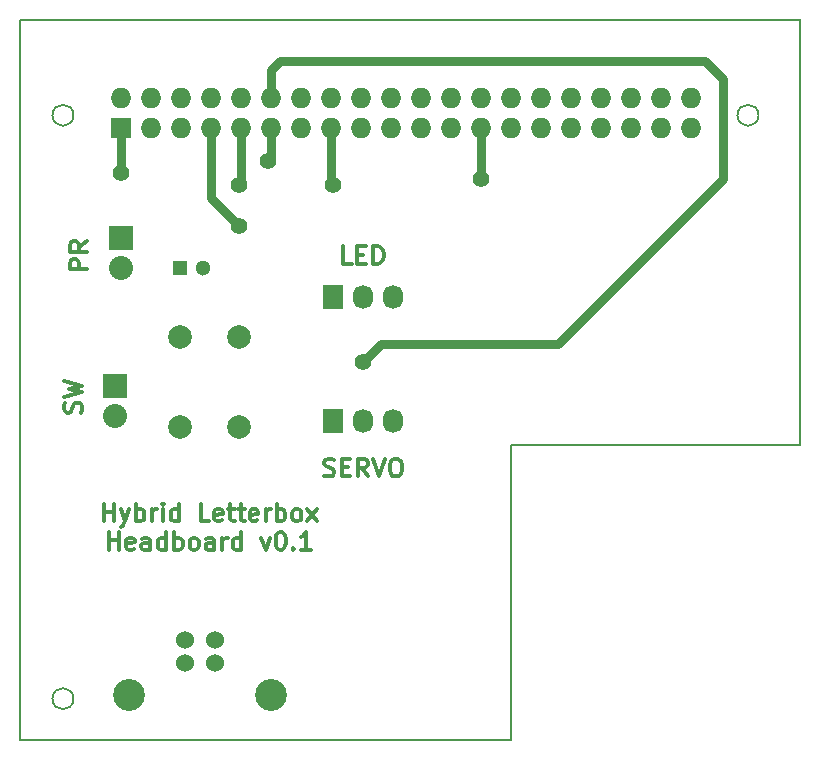
<source format=gbr>
G04 #@! TF.FileFunction,Copper,L1,Top,Signal*
%FSLAX46Y46*%
G04 Gerber Fmt 4.6, Leading zero omitted, Abs format (unit mm)*
G04 Created by KiCad (PCBNEW 4.0.1-stable) date 2016 April 13, Wednesday 16:03:14*
%MOMM*%
G01*
G04 APERTURE LIST*
%ADD10C,0.100000*%
%ADD11C,0.300000*%
%ADD12C,0.150000*%
%ADD13R,1.727200X1.727200*%
%ADD14O,1.727200X1.727200*%
%ADD15R,1.727200X2.032000*%
%ADD16O,1.727200X2.032000*%
%ADD17R,1.300000X1.300000*%
%ADD18C,1.300000*%
%ADD19C,1.524000*%
%ADD20C,2.700020*%
%ADD21R,2.032000X2.032000*%
%ADD22O,2.032000X2.032000*%
%ADD23C,1.998980*%
%ADD24C,1.400000*%
%ADD25C,0.800000*%
G04 APERTURE END LIST*
D10*
D11*
X132071429Y-140978571D02*
X132071429Y-139478571D01*
X132071429Y-140192857D02*
X132928572Y-140192857D01*
X132928572Y-140978571D02*
X132928572Y-139478571D01*
X133500001Y-139978571D02*
X133857144Y-140978571D01*
X134214286Y-139978571D02*
X133857144Y-140978571D01*
X133714286Y-141335714D01*
X133642858Y-141407143D01*
X133500001Y-141478571D01*
X134785715Y-140978571D02*
X134785715Y-139478571D01*
X134785715Y-140050000D02*
X134928572Y-139978571D01*
X135214286Y-139978571D01*
X135357143Y-140050000D01*
X135428572Y-140121429D01*
X135500001Y-140264286D01*
X135500001Y-140692857D01*
X135428572Y-140835714D01*
X135357143Y-140907143D01*
X135214286Y-140978571D01*
X134928572Y-140978571D01*
X134785715Y-140907143D01*
X136142858Y-140978571D02*
X136142858Y-139978571D01*
X136142858Y-140264286D02*
X136214286Y-140121429D01*
X136285715Y-140050000D01*
X136428572Y-139978571D01*
X136571429Y-139978571D01*
X137071429Y-140978571D02*
X137071429Y-139978571D01*
X137071429Y-139478571D02*
X137000000Y-139550000D01*
X137071429Y-139621429D01*
X137142857Y-139550000D01*
X137071429Y-139478571D01*
X137071429Y-139621429D01*
X138428572Y-140978571D02*
X138428572Y-139478571D01*
X138428572Y-140907143D02*
X138285715Y-140978571D01*
X138000001Y-140978571D01*
X137857143Y-140907143D01*
X137785715Y-140835714D01*
X137714286Y-140692857D01*
X137714286Y-140264286D01*
X137785715Y-140121429D01*
X137857143Y-140050000D01*
X138000001Y-139978571D01*
X138285715Y-139978571D01*
X138428572Y-140050000D01*
X141000001Y-140978571D02*
X140285715Y-140978571D01*
X140285715Y-139478571D01*
X142071429Y-140907143D02*
X141928572Y-140978571D01*
X141642858Y-140978571D01*
X141500001Y-140907143D01*
X141428572Y-140764286D01*
X141428572Y-140192857D01*
X141500001Y-140050000D01*
X141642858Y-139978571D01*
X141928572Y-139978571D01*
X142071429Y-140050000D01*
X142142858Y-140192857D01*
X142142858Y-140335714D01*
X141428572Y-140478571D01*
X142571429Y-139978571D02*
X143142858Y-139978571D01*
X142785715Y-139478571D02*
X142785715Y-140764286D01*
X142857143Y-140907143D01*
X143000001Y-140978571D01*
X143142858Y-140978571D01*
X143428572Y-139978571D02*
X144000001Y-139978571D01*
X143642858Y-139478571D02*
X143642858Y-140764286D01*
X143714286Y-140907143D01*
X143857144Y-140978571D01*
X144000001Y-140978571D01*
X145071429Y-140907143D02*
X144928572Y-140978571D01*
X144642858Y-140978571D01*
X144500001Y-140907143D01*
X144428572Y-140764286D01*
X144428572Y-140192857D01*
X144500001Y-140050000D01*
X144642858Y-139978571D01*
X144928572Y-139978571D01*
X145071429Y-140050000D01*
X145142858Y-140192857D01*
X145142858Y-140335714D01*
X144428572Y-140478571D01*
X145785715Y-140978571D02*
X145785715Y-139978571D01*
X145785715Y-140264286D02*
X145857143Y-140121429D01*
X145928572Y-140050000D01*
X146071429Y-139978571D01*
X146214286Y-139978571D01*
X146714286Y-140978571D02*
X146714286Y-139478571D01*
X146714286Y-140050000D02*
X146857143Y-139978571D01*
X147142857Y-139978571D01*
X147285714Y-140050000D01*
X147357143Y-140121429D01*
X147428572Y-140264286D01*
X147428572Y-140692857D01*
X147357143Y-140835714D01*
X147285714Y-140907143D01*
X147142857Y-140978571D01*
X146857143Y-140978571D01*
X146714286Y-140907143D01*
X148285715Y-140978571D02*
X148142857Y-140907143D01*
X148071429Y-140835714D01*
X148000000Y-140692857D01*
X148000000Y-140264286D01*
X148071429Y-140121429D01*
X148142857Y-140050000D01*
X148285715Y-139978571D01*
X148500000Y-139978571D01*
X148642857Y-140050000D01*
X148714286Y-140121429D01*
X148785715Y-140264286D01*
X148785715Y-140692857D01*
X148714286Y-140835714D01*
X148642857Y-140907143D01*
X148500000Y-140978571D01*
X148285715Y-140978571D01*
X149285715Y-140978571D02*
X150071429Y-139978571D01*
X149285715Y-139978571D02*
X150071429Y-140978571D01*
X132464286Y-143378571D02*
X132464286Y-141878571D01*
X132464286Y-142592857D02*
X133321429Y-142592857D01*
X133321429Y-143378571D02*
X133321429Y-141878571D01*
X134607143Y-143307143D02*
X134464286Y-143378571D01*
X134178572Y-143378571D01*
X134035715Y-143307143D01*
X133964286Y-143164286D01*
X133964286Y-142592857D01*
X134035715Y-142450000D01*
X134178572Y-142378571D01*
X134464286Y-142378571D01*
X134607143Y-142450000D01*
X134678572Y-142592857D01*
X134678572Y-142735714D01*
X133964286Y-142878571D01*
X135964286Y-143378571D02*
X135964286Y-142592857D01*
X135892857Y-142450000D01*
X135750000Y-142378571D01*
X135464286Y-142378571D01*
X135321429Y-142450000D01*
X135964286Y-143307143D02*
X135821429Y-143378571D01*
X135464286Y-143378571D01*
X135321429Y-143307143D01*
X135250000Y-143164286D01*
X135250000Y-143021429D01*
X135321429Y-142878571D01*
X135464286Y-142807143D01*
X135821429Y-142807143D01*
X135964286Y-142735714D01*
X137321429Y-143378571D02*
X137321429Y-141878571D01*
X137321429Y-143307143D02*
X137178572Y-143378571D01*
X136892858Y-143378571D01*
X136750000Y-143307143D01*
X136678572Y-143235714D01*
X136607143Y-143092857D01*
X136607143Y-142664286D01*
X136678572Y-142521429D01*
X136750000Y-142450000D01*
X136892858Y-142378571D01*
X137178572Y-142378571D01*
X137321429Y-142450000D01*
X138035715Y-143378571D02*
X138035715Y-141878571D01*
X138035715Y-142450000D02*
X138178572Y-142378571D01*
X138464286Y-142378571D01*
X138607143Y-142450000D01*
X138678572Y-142521429D01*
X138750001Y-142664286D01*
X138750001Y-143092857D01*
X138678572Y-143235714D01*
X138607143Y-143307143D01*
X138464286Y-143378571D01*
X138178572Y-143378571D01*
X138035715Y-143307143D01*
X139607144Y-143378571D02*
X139464286Y-143307143D01*
X139392858Y-143235714D01*
X139321429Y-143092857D01*
X139321429Y-142664286D01*
X139392858Y-142521429D01*
X139464286Y-142450000D01*
X139607144Y-142378571D01*
X139821429Y-142378571D01*
X139964286Y-142450000D01*
X140035715Y-142521429D01*
X140107144Y-142664286D01*
X140107144Y-143092857D01*
X140035715Y-143235714D01*
X139964286Y-143307143D01*
X139821429Y-143378571D01*
X139607144Y-143378571D01*
X141392858Y-143378571D02*
X141392858Y-142592857D01*
X141321429Y-142450000D01*
X141178572Y-142378571D01*
X140892858Y-142378571D01*
X140750001Y-142450000D01*
X141392858Y-143307143D02*
X141250001Y-143378571D01*
X140892858Y-143378571D01*
X140750001Y-143307143D01*
X140678572Y-143164286D01*
X140678572Y-143021429D01*
X140750001Y-142878571D01*
X140892858Y-142807143D01*
X141250001Y-142807143D01*
X141392858Y-142735714D01*
X142107144Y-143378571D02*
X142107144Y-142378571D01*
X142107144Y-142664286D02*
X142178572Y-142521429D01*
X142250001Y-142450000D01*
X142392858Y-142378571D01*
X142535715Y-142378571D01*
X143678572Y-143378571D02*
X143678572Y-141878571D01*
X143678572Y-143307143D02*
X143535715Y-143378571D01*
X143250001Y-143378571D01*
X143107143Y-143307143D01*
X143035715Y-143235714D01*
X142964286Y-143092857D01*
X142964286Y-142664286D01*
X143035715Y-142521429D01*
X143107143Y-142450000D01*
X143250001Y-142378571D01*
X143535715Y-142378571D01*
X143678572Y-142450000D01*
X145392858Y-142378571D02*
X145750001Y-143378571D01*
X146107143Y-142378571D01*
X146964286Y-141878571D02*
X147107143Y-141878571D01*
X147250000Y-141950000D01*
X147321429Y-142021429D01*
X147392858Y-142164286D01*
X147464286Y-142450000D01*
X147464286Y-142807143D01*
X147392858Y-143092857D01*
X147321429Y-143235714D01*
X147250000Y-143307143D01*
X147107143Y-143378571D01*
X146964286Y-143378571D01*
X146821429Y-143307143D01*
X146750000Y-143235714D01*
X146678572Y-143092857D01*
X146607143Y-142807143D01*
X146607143Y-142450000D01*
X146678572Y-142164286D01*
X146750000Y-142021429D01*
X146821429Y-141950000D01*
X146964286Y-141878571D01*
X148107143Y-143235714D02*
X148178571Y-143307143D01*
X148107143Y-143378571D01*
X148035714Y-143307143D01*
X148107143Y-143235714D01*
X148107143Y-143378571D01*
X149607143Y-143378571D02*
X148750000Y-143378571D01*
X149178572Y-143378571D02*
X149178572Y-141878571D01*
X149035715Y-142092857D01*
X148892857Y-142235714D01*
X148750000Y-142307143D01*
X130107143Y-131785714D02*
X130178571Y-131571428D01*
X130178571Y-131214285D01*
X130107143Y-131071428D01*
X130035714Y-130999999D01*
X129892857Y-130928571D01*
X129750000Y-130928571D01*
X129607143Y-130999999D01*
X129535714Y-131071428D01*
X129464286Y-131214285D01*
X129392857Y-131499999D01*
X129321429Y-131642857D01*
X129250000Y-131714285D01*
X129107143Y-131785714D01*
X128964286Y-131785714D01*
X128821429Y-131714285D01*
X128750000Y-131642857D01*
X128678571Y-131499999D01*
X128678571Y-131142857D01*
X128750000Y-130928571D01*
X128678571Y-130428571D02*
X130178571Y-130071428D01*
X129107143Y-129785714D01*
X130178571Y-129500000D01*
X128678571Y-129142857D01*
X130678571Y-119642857D02*
X129178571Y-119642857D01*
X129178571Y-119071429D01*
X129250000Y-118928571D01*
X129321429Y-118857143D01*
X129464286Y-118785714D01*
X129678571Y-118785714D01*
X129821429Y-118857143D01*
X129892857Y-118928571D01*
X129964286Y-119071429D01*
X129964286Y-119642857D01*
X130678571Y-117285714D02*
X129964286Y-117785714D01*
X130678571Y-118142857D02*
X129178571Y-118142857D01*
X129178571Y-117571429D01*
X129250000Y-117428571D01*
X129321429Y-117357143D01*
X129464286Y-117285714D01*
X129678571Y-117285714D01*
X129821429Y-117357143D01*
X129892857Y-117428571D01*
X129964286Y-117571429D01*
X129964286Y-118142857D01*
X150714286Y-137107143D02*
X150928572Y-137178571D01*
X151285715Y-137178571D01*
X151428572Y-137107143D01*
X151500001Y-137035714D01*
X151571429Y-136892857D01*
X151571429Y-136750000D01*
X151500001Y-136607143D01*
X151428572Y-136535714D01*
X151285715Y-136464286D01*
X151000001Y-136392857D01*
X150857143Y-136321429D01*
X150785715Y-136250000D01*
X150714286Y-136107143D01*
X150714286Y-135964286D01*
X150785715Y-135821429D01*
X150857143Y-135750000D01*
X151000001Y-135678571D01*
X151357143Y-135678571D01*
X151571429Y-135750000D01*
X152214286Y-136392857D02*
X152714286Y-136392857D01*
X152928572Y-137178571D02*
X152214286Y-137178571D01*
X152214286Y-135678571D01*
X152928572Y-135678571D01*
X154428572Y-137178571D02*
X153928572Y-136464286D01*
X153571429Y-137178571D02*
X153571429Y-135678571D01*
X154142857Y-135678571D01*
X154285715Y-135750000D01*
X154357143Y-135821429D01*
X154428572Y-135964286D01*
X154428572Y-136178571D01*
X154357143Y-136321429D01*
X154285715Y-136392857D01*
X154142857Y-136464286D01*
X153571429Y-136464286D01*
X154857143Y-135678571D02*
X155357143Y-137178571D01*
X155857143Y-135678571D01*
X156642857Y-135678571D02*
X156928571Y-135678571D01*
X157071429Y-135750000D01*
X157214286Y-135892857D01*
X157285714Y-136178571D01*
X157285714Y-136678571D01*
X157214286Y-136964286D01*
X157071429Y-137107143D01*
X156928571Y-137178571D01*
X156642857Y-137178571D01*
X156500000Y-137107143D01*
X156357143Y-136964286D01*
X156285714Y-136678571D01*
X156285714Y-136178571D01*
X156357143Y-135892857D01*
X156500000Y-135750000D01*
X156642857Y-135678571D01*
X153035715Y-119178571D02*
X152321429Y-119178571D01*
X152321429Y-117678571D01*
X153535715Y-118392857D02*
X154035715Y-118392857D01*
X154250001Y-119178571D02*
X153535715Y-119178571D01*
X153535715Y-117678571D01*
X154250001Y-117678571D01*
X154892858Y-119178571D02*
X154892858Y-117678571D01*
X155250001Y-117678571D01*
X155464286Y-117750000D01*
X155607144Y-117892857D01*
X155678572Y-118035714D01*
X155750001Y-118321429D01*
X155750001Y-118535714D01*
X155678572Y-118821429D01*
X155607144Y-118964286D01*
X155464286Y-119107143D01*
X155250001Y-119178571D01*
X154892858Y-119178571D01*
D12*
X125000000Y-98500000D02*
X125000000Y-103000000D01*
X191000000Y-98500000D02*
X125000000Y-98500000D01*
X191000000Y-103050000D02*
X191000000Y-98450000D01*
X129494427Y-106600000D02*
G75*
G03X129494427Y-106600000I-894427J0D01*
G01*
X187494427Y-106600000D02*
G75*
G03X187494427Y-106600000I-894427J0D01*
G01*
X129494427Y-156000000D02*
G75*
G03X129494427Y-156000000I-894427J0D01*
G01*
X166500000Y-159500000D02*
X125000000Y-159500000D01*
X191000000Y-134500000D02*
X191000000Y-103000000D01*
X166500000Y-134500000D02*
X191000000Y-134500000D01*
X166500000Y-159500000D02*
X166500000Y-134500000D01*
X125000000Y-103000000D02*
X125000000Y-159500000D01*
D13*
X133500000Y-107700000D03*
D14*
X133500000Y-105160000D03*
X136040000Y-107700000D03*
X136040000Y-105160000D03*
X138580000Y-107700000D03*
X138580000Y-105160000D03*
X141120000Y-107700000D03*
X141120000Y-105160000D03*
X143660000Y-107700000D03*
X143660000Y-105160000D03*
X146200000Y-107700000D03*
X146200000Y-105160000D03*
X148740000Y-107700000D03*
X148740000Y-105160000D03*
X151280000Y-107700000D03*
X151280000Y-105160000D03*
X153820000Y-107700000D03*
X153820000Y-105160000D03*
X156360000Y-107700000D03*
X156360000Y-105160000D03*
X158900000Y-107700000D03*
X158900000Y-105160000D03*
X161440000Y-107700000D03*
X161440000Y-105160000D03*
X163980000Y-107700000D03*
X163980000Y-105160000D03*
X166520000Y-107700000D03*
X166520000Y-105160000D03*
X169060000Y-107700000D03*
X169060000Y-105160000D03*
X171600000Y-107700000D03*
X171600000Y-105160000D03*
X174140000Y-107700000D03*
X174140000Y-105160000D03*
X176680000Y-107700000D03*
X176680000Y-105160000D03*
X179220000Y-107700000D03*
X179220000Y-105160000D03*
X181760000Y-107700000D03*
X181760000Y-105160000D03*
D15*
X151500000Y-132500000D03*
D16*
X154040000Y-132500000D03*
X156580000Y-132500000D03*
D17*
X138500000Y-119500000D03*
D18*
X140500000Y-119500000D03*
D19*
X138960000Y-151000000D03*
X141500000Y-151000000D03*
X141500000Y-152998980D03*
X138960000Y-152998980D03*
D20*
X134230520Y-155699000D03*
X146229480Y-155699000D03*
D15*
X151500000Y-122000000D03*
D16*
X154040000Y-122000000D03*
X156580000Y-122000000D03*
D21*
X133000000Y-129500000D03*
D22*
X133000000Y-132040000D03*
D21*
X133500000Y-117000000D03*
D22*
X133500000Y-119540000D03*
D23*
X143500000Y-133000000D03*
X143500000Y-125380000D03*
X138500000Y-133000000D03*
X138500000Y-125380000D03*
D24*
X133500000Y-111500000D03*
X143500000Y-112500000D03*
X164000000Y-112000000D03*
X154000000Y-127500000D03*
X146000000Y-110500000D03*
X143500000Y-116000000D03*
X151500000Y-112500000D03*
D25*
X133500000Y-107700000D02*
X133500000Y-111500000D01*
X143660000Y-112340000D02*
X143660000Y-107700000D01*
X143500000Y-112500000D02*
X143660000Y-112340000D01*
X163980000Y-111980000D02*
X163980000Y-107700000D01*
X164000000Y-112000000D02*
X163980000Y-111980000D01*
X146200000Y-102800000D02*
X146200000Y-105160000D01*
X147000000Y-102000000D02*
X146200000Y-102800000D01*
X183000000Y-102000000D02*
X147000000Y-102000000D01*
X184500000Y-103500000D02*
X183000000Y-102000000D01*
X184500000Y-112000000D02*
X184500000Y-103500000D01*
X170500000Y-126000000D02*
X184500000Y-112000000D01*
X155500000Y-126000000D02*
X170500000Y-126000000D01*
X154000000Y-127500000D02*
X155500000Y-126000000D01*
X146200000Y-110300000D02*
X146200000Y-107700000D01*
X146000000Y-110500000D02*
X146200000Y-110300000D01*
X141120000Y-113620000D02*
X141120000Y-107700000D01*
X143500000Y-116000000D02*
X141120000Y-113620000D01*
X151280000Y-112280000D02*
X151280000Y-107700000D01*
X151500000Y-112500000D02*
X151280000Y-112280000D01*
M02*

</source>
